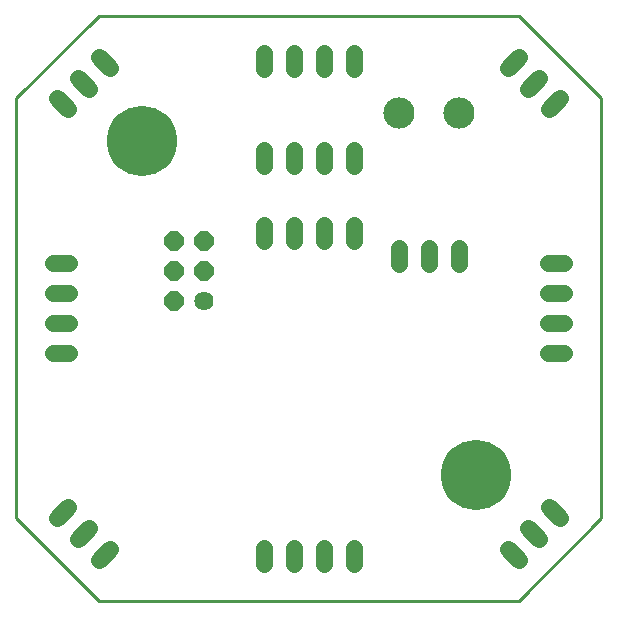
<source format=gts>
G75*
%MOIN*%
%OFA0B0*%
%FSLAX25Y25*%
%IPPOS*%
%LPD*%
%AMOC8*
5,1,8,0,0,1.08239X$1,22.5*
%
%ADD10C,0.01000*%
%ADD11C,0.05600*%
%ADD12C,0.06400*%
%ADD13OC8,0.06400*%
%ADD14C,0.10400*%
%ADD15C,0.23400*%
D10*
X0001500Y0029000D02*
X0001500Y0169000D01*
X0029000Y0196461D01*
X0029000Y0196500D02*
X0169000Y0196500D01*
X0196500Y0169000D01*
X0196500Y0029000D01*
X0169000Y0001500D01*
X0029000Y0001500D01*
X0001500Y0029000D01*
D11*
X0022084Y0022091D02*
X0025761Y0025768D01*
X0018801Y0032727D02*
X0015124Y0029051D01*
X0029044Y0015131D02*
X0032721Y0018808D01*
X0084000Y0019100D02*
X0084000Y0013900D01*
X0094000Y0013900D02*
X0094000Y0019100D01*
X0104000Y0019100D02*
X0104000Y0013900D01*
X0114000Y0013900D02*
X0114000Y0019100D01*
X0165273Y0018801D02*
X0168949Y0015124D01*
X0175909Y0022084D02*
X0172232Y0025761D01*
X0179192Y0032721D02*
X0182869Y0029044D01*
X0184100Y0084000D02*
X0178900Y0084000D01*
X0178900Y0094000D02*
X0184100Y0094000D01*
X0184100Y0104000D02*
X0178900Y0104000D01*
X0178900Y0114000D02*
X0184100Y0114000D01*
X0149000Y0113900D02*
X0149000Y0119100D01*
X0139000Y0119100D02*
X0139000Y0113900D01*
X0129000Y0113900D02*
X0129000Y0119100D01*
X0114000Y0121400D02*
X0114000Y0126600D01*
X0104000Y0126600D02*
X0104000Y0121400D01*
X0094000Y0121400D02*
X0094000Y0126600D01*
X0084000Y0126600D02*
X0084000Y0121400D01*
X0084000Y0146400D02*
X0084000Y0151600D01*
X0094000Y0151600D02*
X0094000Y0146400D01*
X0104000Y0146400D02*
X0104000Y0151600D01*
X0114000Y0151600D02*
X0114000Y0146400D01*
X0114000Y0178900D02*
X0114000Y0184100D01*
X0104000Y0184100D02*
X0104000Y0178900D01*
X0094000Y0178900D02*
X0094000Y0184100D01*
X0084000Y0184100D02*
X0084000Y0178900D01*
X0032727Y0179199D02*
X0029051Y0182876D01*
X0022091Y0175916D02*
X0025768Y0172239D01*
X0018808Y0165279D02*
X0015131Y0168956D01*
X0013900Y0114000D02*
X0019100Y0114000D01*
X0019100Y0104000D02*
X0013900Y0104000D01*
X0013900Y0094000D02*
X0019100Y0094000D01*
X0019100Y0084000D02*
X0013900Y0084000D01*
X0165279Y0179192D02*
X0168956Y0182869D01*
X0175916Y0175909D02*
X0172239Y0172232D01*
X0179199Y0165273D02*
X0182876Y0168949D01*
D12*
X0064000Y0101500D03*
D13*
X0064000Y0111500D03*
X0064000Y0121500D03*
X0054000Y0121500D03*
X0054000Y0111500D03*
X0054000Y0101500D03*
D14*
X0129000Y0164000D03*
X0149000Y0164000D03*
D15*
X0043331Y0154669D03*
X0154669Y0043331D03*
M02*

</source>
